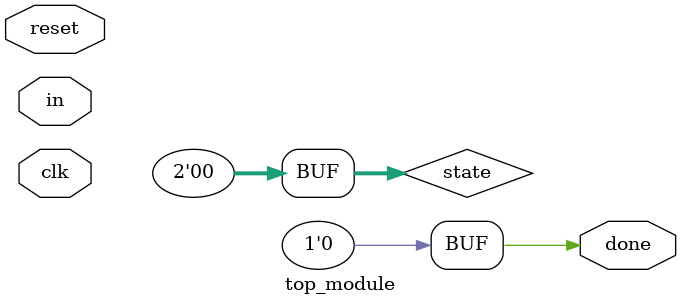
<source format=sv>
module top_module (
	input clk,
	input [7:0] in,
	input reset,
	output done
);

// Define states for the state machine
typedef enum logic [1:0] {
	BYTE1,
	BYTE2,
	BYTE3,
	DONE
} state_type;

// Declare state and next_state variables
state_type state, next_state;

// Assign initial state
assign state = BYTE1;

always_ff @(posedge clk or posedge reset) begin
	if (reset) begin
		next_state <= BYTE1;
	end 
	else begin
		case (state)
			BYTE1: if (in[2] == 1) begin
						next_state <= BYTE2;
					end else begin
						next_state <= BYTE1;
					end
					
			BYTE2: next_state <= BYTE3;
			
			BYTE3: next_state <= DONE;
			
			DONE:  if (in[2] == 1) begin
						next_state <= BYTE2;
					end else begin
						next_state <= BYTE1;
					end
		endcase
	end
end

// Assign output
assign done = (state == DONE);

// Assign next state to current state
always_ff @(posedge clk or posedge reset) begin
	if (reset) begin
		state <= BYTE1;
	end
	else begin
		state <= next_state;
	end
end

endmodule

</source>
